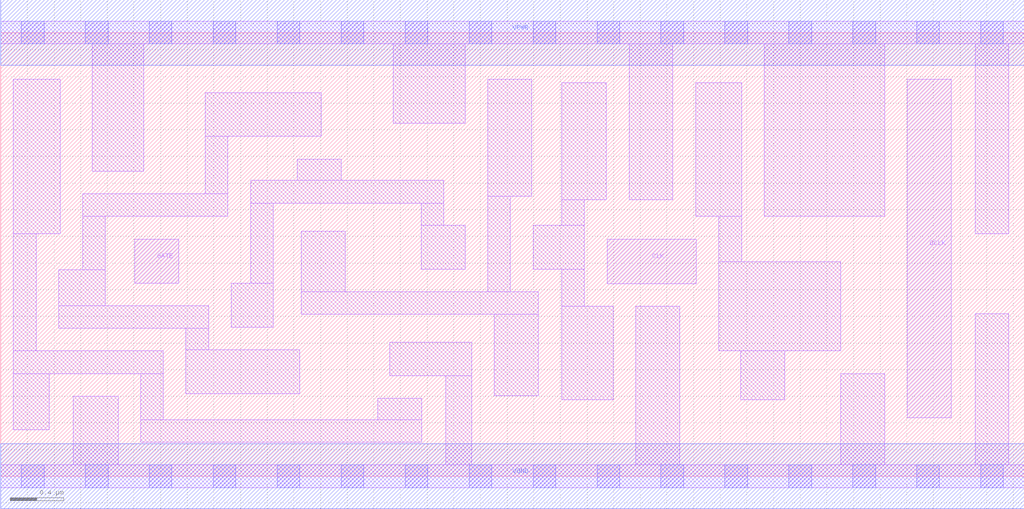
<source format=lef>
# Copyright 2020 The SkyWater PDK Authors
#
# Licensed under the Apache License, Version 2.0 (the "License");
# you may not use this file except in compliance with the License.
# You may obtain a copy of the License at
#
#     https://www.apache.org/licenses/LICENSE-2.0
#
# Unless required by applicable law or agreed to in writing, software
# distributed under the License is distributed on an "AS IS" BASIS,
# WITHOUT WARRANTIES OR CONDITIONS OF ANY KIND, either express or implied.
# See the License for the specific language governing permissions and
# limitations under the License.
#
# SPDX-License-Identifier: Apache-2.0

VERSION 5.7 ;
  NOWIREEXTENSIONATPIN ON ;
  DIVIDERCHAR "/" ;
  BUSBITCHARS "[]" ;
UNITS
  DATABASE MICRONS 200 ;
END UNITS
MACRO sky130_fd_sc_hs__dlclkp_2
  CLASS CORE ;
  FOREIGN sky130_fd_sc_hs__dlclkp_2 ;
  ORIGIN  0.000000  0.000000 ;
  SIZE  7.680000 BY  3.330000 ;
  SYMMETRY X Y ;
  SITE unit ;
  PIN GATE
    ANTENNAGATEAREA  0.246000 ;
    DIRECTION INPUT ;
    USE SIGNAL ;
    PORT
      LAYER li1 ;
        RECT 1.005000 1.450000 1.335000 1.780000 ;
    END
  END GATE
  PIN GCLK
    ANTENNADIFFAREA  0.543200 ;
    DIRECTION OUTPUT ;
    USE SIGNAL ;
    PORT
      LAYER li1 ;
        RECT 6.805000 0.440000 7.135000 2.980000 ;
    END
  END GCLK
  PIN CLK
    ANTENNAGATEAREA  0.498000 ;
    DIRECTION INPUT ;
    USE CLOCK ;
    PORT
      LAYER li1 ;
        RECT 4.550000 1.445000 5.220000 1.780000 ;
    END
  END CLK
  PIN VGND
    DIRECTION INOUT ;
    USE GROUND ;
    PORT
      LAYER met1 ;
        RECT 0.000000 -0.245000 7.680000 0.245000 ;
    END
  END VGND
  PIN VPWR
    DIRECTION INOUT ;
    USE POWER ;
    PORT
      LAYER met1 ;
        RECT 0.000000 3.085000 7.680000 3.575000 ;
    END
  END VPWR
  OBS
    LAYER li1 ;
      RECT 0.000000 -0.085000 7.680000 0.085000 ;
      RECT 0.000000  3.245000 7.680000 3.415000 ;
      RECT 0.095000  0.350000 0.365000 0.770000 ;
      RECT 0.095000  0.770000 1.220000 0.940000 ;
      RECT 0.095000  0.940000 0.265000 1.820000 ;
      RECT 0.095000  1.820000 0.445000 2.980000 ;
      RECT 0.435000  1.110000 1.560000 1.280000 ;
      RECT 0.435000  1.280000 0.785000 1.550000 ;
      RECT 0.545000  0.085000 0.880000 0.600000 ;
      RECT 0.615000  1.550000 0.785000 1.950000 ;
      RECT 0.615000  1.950000 1.705000 2.120000 ;
      RECT 0.685000  2.290000 1.075000 3.245000 ;
      RECT 1.050000  0.255000 3.160000 0.425000 ;
      RECT 1.050000  0.425000 1.220000 0.770000 ;
      RECT 1.390000  0.620000 2.245000 0.950000 ;
      RECT 1.390000  0.950000 1.560000 1.110000 ;
      RECT 1.535000  2.120000 1.705000 2.550000 ;
      RECT 1.535000  2.550000 2.405000 2.880000 ;
      RECT 1.730000  1.120000 2.045000 1.450000 ;
      RECT 1.875000  1.450000 2.045000 2.050000 ;
      RECT 1.875000  2.050000 3.325000 2.220000 ;
      RECT 2.225000  2.220000 2.555000 2.380000 ;
      RECT 2.255000  1.215000 4.035000 1.385000 ;
      RECT 2.255000  1.385000 2.585000 1.840000 ;
      RECT 2.830000  0.425000 3.160000 0.585000 ;
      RECT 2.920000  0.755000 3.535000 1.005000 ;
      RECT 2.945000  2.650000 3.485000 3.245000 ;
      RECT 3.155000  1.555000 3.485000 1.885000 ;
      RECT 3.155000  1.885000 3.325000 2.050000 ;
      RECT 3.340000  0.085000 3.535000 0.755000 ;
      RECT 3.655000  1.385000 3.825000 2.100000 ;
      RECT 3.655000  2.100000 3.985000 2.980000 ;
      RECT 3.705000  0.605000 4.035000 1.215000 ;
      RECT 3.995000  1.555000 4.380000 1.885000 ;
      RECT 4.210000  0.575000 4.595000 1.275000 ;
      RECT 4.210000  1.275000 4.380000 1.555000 ;
      RECT 4.210000  1.885000 4.380000 2.075000 ;
      RECT 4.210000  2.075000 4.545000 2.955000 ;
      RECT 4.715000  2.075000 5.045000 3.245000 ;
      RECT 4.765000  0.085000 5.095000 1.275000 ;
      RECT 5.215000  1.950000 5.560000 2.955000 ;
      RECT 5.390000  0.940000 6.305000 1.610000 ;
      RECT 5.390000  1.610000 5.560000 1.950000 ;
      RECT 5.555000  0.575000 5.885000 0.940000 ;
      RECT 5.730000  1.950000 6.635000 3.245000 ;
      RECT 6.305000  0.085000 6.635000 0.770000 ;
      RECT 7.315000  0.085000 7.565000 1.220000 ;
      RECT 7.315000  1.820000 7.565000 3.245000 ;
    LAYER mcon ;
      RECT 0.155000 -0.085000 0.325000 0.085000 ;
      RECT 0.155000  3.245000 0.325000 3.415000 ;
      RECT 0.635000 -0.085000 0.805000 0.085000 ;
      RECT 0.635000  3.245000 0.805000 3.415000 ;
      RECT 1.115000 -0.085000 1.285000 0.085000 ;
      RECT 1.115000  3.245000 1.285000 3.415000 ;
      RECT 1.595000 -0.085000 1.765000 0.085000 ;
      RECT 1.595000  3.245000 1.765000 3.415000 ;
      RECT 2.075000 -0.085000 2.245000 0.085000 ;
      RECT 2.075000  3.245000 2.245000 3.415000 ;
      RECT 2.555000 -0.085000 2.725000 0.085000 ;
      RECT 2.555000  3.245000 2.725000 3.415000 ;
      RECT 3.035000 -0.085000 3.205000 0.085000 ;
      RECT 3.035000  3.245000 3.205000 3.415000 ;
      RECT 3.515000 -0.085000 3.685000 0.085000 ;
      RECT 3.515000  3.245000 3.685000 3.415000 ;
      RECT 3.995000 -0.085000 4.165000 0.085000 ;
      RECT 3.995000  3.245000 4.165000 3.415000 ;
      RECT 4.475000 -0.085000 4.645000 0.085000 ;
      RECT 4.475000  3.245000 4.645000 3.415000 ;
      RECT 4.955000 -0.085000 5.125000 0.085000 ;
      RECT 4.955000  3.245000 5.125000 3.415000 ;
      RECT 5.435000 -0.085000 5.605000 0.085000 ;
      RECT 5.435000  3.245000 5.605000 3.415000 ;
      RECT 5.915000 -0.085000 6.085000 0.085000 ;
      RECT 5.915000  3.245000 6.085000 3.415000 ;
      RECT 6.395000 -0.085000 6.565000 0.085000 ;
      RECT 6.395000  3.245000 6.565000 3.415000 ;
      RECT 6.875000 -0.085000 7.045000 0.085000 ;
      RECT 6.875000  3.245000 7.045000 3.415000 ;
      RECT 7.355000 -0.085000 7.525000 0.085000 ;
      RECT 7.355000  3.245000 7.525000 3.415000 ;
  END
END sky130_fd_sc_hs__dlclkp_2
END LIBRARY

</source>
